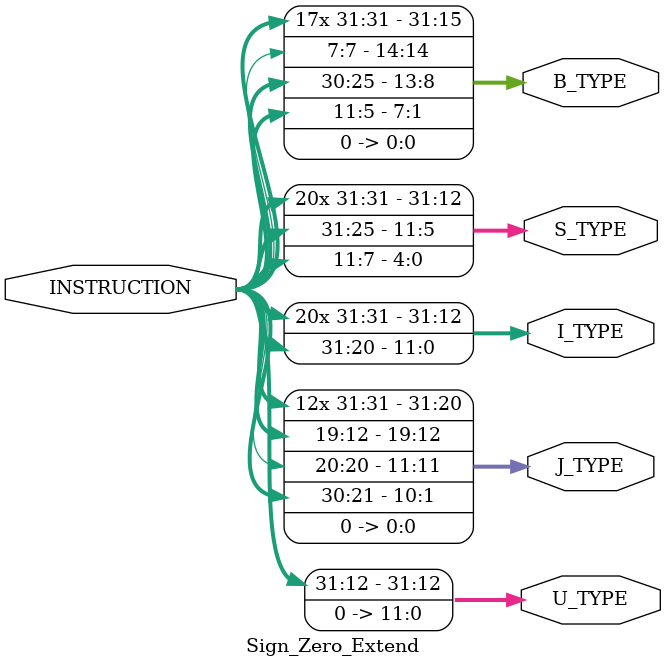
<source format=v>


module Sign_Zero_Extend(INSTRUCTION, U_TYPE, J_TYPE, I_TYPE, S_TYPE, B_TYPE);

	//port declaration
	input [31:0] INSTRUCTION;
	output [31:0] U_TYPE, J_TYPE, I_TYPE, S_TYPE, B_TYPE;
	
	// U_TYPE Encoding
	assign U_TYPE = {INSTRUCTION[31:12],{12{1'b0}}};
	
	// J_TYPE Encoding
	assign J_TYPE = {{12{INSTRUCTION[31]}},INSTRUCTION[19:12],INSTRUCTION[20],INSTRUCTION[30:21],1'b0};
	
	// I_TYPE Encoding
	assign I_TYPE = {{21{INSTRUCTION[31]}},INSTRUCTION[30:20]};
	
	// S_TYPE Encoding
	assign S_TYPE = {{21{INSTRUCTION[31]}},INSTRUCTION[30:25],INSTRUCTION[11:7]};
	
	// B_TYPE Encoding
	assign B_TYPE = {{20{INSTRUCTION[31]}},INSTRUCTION[7],INSTRUCTION[30:25],INSTRUCTION[11:5],1'b0};
	

endmodule
</source>
